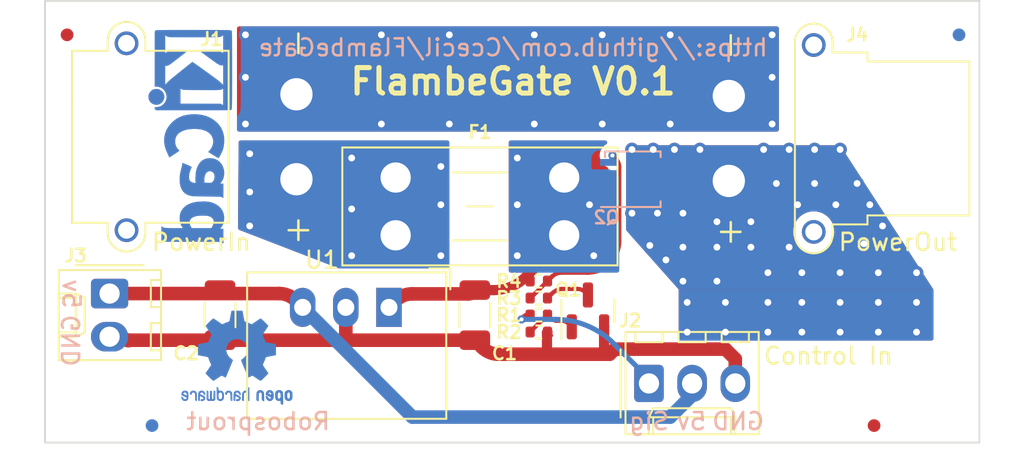
<source format=kicad_pcb>
(kicad_pcb (version 20211014) (generator pcbnew)
  (layers (0 "F.Cu" signal) (31 "B.Cu" signal) (34 "B.Paste" user) (35 "F.Paste" user) (36 "B.SilkS" user "B.Silkscreen") (37 "F.SilkS" user "F.Silkscreen") (38 "B.Mask" user) (39 "F.Mask" user) (44 "Edge.Cuts" user))
  (net 0 "")
  (net 1 "+24V")
  (net 2 "Passthru")
  (net 3 "Net-(Q2-Pad5)")
  (net 4 "Net-(Q1-Pad1)")
  (net 5 "GND")
  (net 6 "Net-(Q1-Pad3)")
  (net 7 "Net-(Q2-Pad4)")
  (net 8 "Net-(J2-Pad1)")
  (net 9 "+5V")
  (net 10 "Net-(J1-Pad2)")
  (footprint "Connector_Molex:Molex_KK-254_AE-6410-02A_1x02_P2.54mm_Vertical" (layer "F.Cu") (at 47 108.73 -90)
    (fp_text reference "J3")
    (fp_text value "Conn_01x02_Male")
  )
  (footprint "Connector_AMASS:AMASS_XT30PW-M_1x02_P2.50mm_Horizontal" (layer "F.Cu") (at 58 97 90)
    (fp_text reference "J1")
    (fp_text value "PowerIn" hide)
  )
  (footprint "Fuse:Fuseholder_Blade_Mini_Keystone_3568" (layer "F.Cu") (at 63.84 101.9)
    (fp_text reference "F1")
    (fp_text value "Fuse_Small")
  )
  (footprint "Package_TO_SOT_SMD:SOT-23" (layer "F.Cu") (at 75.157071 109.75 90)
    (fp_text reference "Q1")
    (fp_text value "2N7002" hide)
  )
  (footprint "Connector_AMASS:AMASS_XT30PW-F_1x02_P2.50mm_Horizontal" (layer "F.Cu") (at 83.45 97.1 -90)
    (fp_text reference "J4")
    (fp_text value "PowerOut" hide)
  )
  (footprint "Capacitor_SMD:C_1206_3216Metric" (layer "F.Cu") (at 53.5 110 -90)
    (fp_text reference "C2")
    (fp_text value "C_Small")
  )
  (footprint "Resistor_SMD:R_0402_1005Metric" (layer "F.Cu") (at 72.267071 108.992929 180)
    (fp_text reference "R3")
    (fp_text value "10k" hide)
  )
  (footprint "Resistor_SMD:R_0402_1005Metric" (layer "F.Cu") (at 72.267071 110.992929 180)
    (fp_text reference "R2")
    (fp_text value "10k" hide)
  )
  (footprint "Capacitor_SMD:C_1206_3216Metric" (layer "F.Cu") (at 68.5 110 -90)
    (fp_text reference "C1")
    (fp_text value "C_Small")
  )
  (footprint "Resistor_SMD:R_0402_1005Metric" (layer "F.Cu") (at 72.267071 107.992929 180)
    (fp_text reference "R4")
    (fp_text value "21.5k" hide)
  )
  (footprint "Connector_Molex:Molex_KK-254_AE-6410-03A_1x03_P2.54mm_Vertical" (layer "F.Cu") (at 78.75 114.02)
    (fp_text reference "J2")
    (fp_text value "TriggerIn" hide)
  )
  (footprint "Fiducial:Fiducial_0.75mm_Mask1.5mm" (layer "F.Cu") (at 44.5 93.5)
    (fp_text reference "FID1" hide)
    (fp_text value "Fiducial")
  )
  (footprint "MountingHole:MountingHole_2.5mm" (layer "F.Cu") (at 95.7 115)
    (fp_text reference "H2" hide)
    (fp_text value "MountingHole")
  )
  (footprint "Converter_DCDC:Converter_DCDC_RECOM_R-78E-0.5_THT" (layer "F.Cu") (at 63.447 109.5425 180)
    (fp_text reference "U1")
    (fp_text value "R-78E5.0-1.0")
  )
  (footprint "MountingHole:MountingHole_2.5mm" (layer "F.Cu") (at 45.7 115)
    (fp_text reference "H1" hide)
    (fp_text value "MountingHole")
  )
  (footprint "Resistor_SMD:R_0402_1005Metric" (layer "F.Cu") (at 72.267071 109.992929 180)
    (fp_text reference "R1")
    (fp_text value "22r" hide)
  )
  (footprint "Fiducial:Fiducial_0.75mm_Mask1.5mm" (layer "F.Cu") (at 92 116.5)
    (fp_text reference "FID3" hide)
    (fp_text value "Fiducial")
  )
  (footprint "Fiducial:Fiducial_0.75mm_Mask1.5mm" (layer "B.Cu") (at 49.5 116.5 180)
    (fp_text reference "FID4" hide)
    (fp_text value "Fiducial")
  )
  (footprint "Symbol:OSHW-Logo2_7.3x6mm_Copper" (layer "B.Cu") (at 54.5 112.5 180)
    (fp_text reference "REF**" hide)
    (fp_text value "OSHW-Logo2_7.3x6mm_Copper" hide)
  )
  (footprint "Symbol:KiCad-Logo_5mm_Copper" (layer "B.Cu") (at 52.267938 99.494302 -90)
    (fp_text reference "REF**" hide)
    (fp_text value "KiCad-Logo_5mm_Copper" hide)
  )
  (footprint "Package_SO:Vishay_PowerPAK_1212-8_Single" (layer "B.Cu") (at 77.8 102)
    (fp_text reference "Q2")
    (fp_text value "WSD30L40DN" hide)
  )
  (footprint "Fiducial:Fiducial_0.75mm_Mask1.5mm" (layer "B.Cu") (at 97 93.5 180)
    (fp_text reference "FID2" hide)
    (fp_text value "Fiducial")
  )
  (gr_rect (start 43.2 91.5) (end 98.2 117.5) (layer "Edge.Cuts") (width 0.1) (fill none))
  (gr_text "5v" (at 81.25 116.25) (layer "B.SilkS") (effects (font (size 1 1)) (justify mirror)))
  (gr_text "GND" (at 44.75 111.5 90) (layer "B.SilkS") (effects (font (size 1 1)) (justify mirror)))
  (gr_text "Sig" (at 78.75 116.25) (layer "B.SilkS") (effects (font (size 1 1)) (justify mirror)))
  (gr_text "Robosprout" (at 55.75 116.25) (layer "B.SilkS") (effects (font (size 1 1)) (justify mirror)))
  (gr_text "5v" (at 44.75 108.75 270) (layer "B.SilkS") (effects (font (size 1 1)) (justify mirror)))
  (gr_text "GND" (at 84 116.25) (layer "B.SilkS") (effects (font (size 1 1)) (justify mirror)))
  (gr_text "https://github.com/Ccecil/FlambeGate" (at 70.75 94.25) (layer "B.SilkS") (effects (font (size 1 1)) (justify mirror)))
  (gr_text "Control In" (at 89.3 112.4) (layer "F.SilkS") (effects (font (size 1 1))))
  (gr_text "PowerOut" (at 93.4 105.7) (layer "F.SilkS") (effects (font (size 1 1))))
  (gr_text "FlambeGate V0.1" (at 70.75 96.25) (layer "F.SilkS") (effects (font (size 1.5 1.5) (thickness 0.3))))
  (gr_text "PowerIn" (at 52.4 105.7) (layer "F.SilkS") (effects (font (size 1 1))))
  (segment (start 68.659099 108.525) (end 69.6125 108.525) (width 0.6) (layer "F.Cu") (net 1))
  (segment (start 73.76 105.395) (end 73.76 105.3) (width 0.6) (layer "F.Cu") (net 1))
  (segment (start 68.1159 108.75) (end 64.799882 108.75) (width 0.8) (layer "F.Cu") (net 1))
  (segment (start 63.84325 109.14625) (end 63.447 109.5425) (width 0.8) (layer "F.Cu") (net 1))
  (segment (start 71.511656 107.738343) (end 73.692824 105.557175) (width 0.6) (layer "F.Cu") (net 1))
  (via (at 75.5 106.5) (size 0.8) (drill 0.4) (layers "F.Cu" "B.Cu") (net 1))
  (via (at 71 103.5) (size 0.8) (drill 0.4) (layers "F.Cu" "B.Cu") (net 1))
  (via (at 71 100.75) (size 0.8) (drill 0.4) (layers "F.Cu" "B.Cu") (net 1))
  (via (at 71 106.5) (size 0.8) (drill 0.4) (layers "F.Cu" "B.Cu") (net 1))
  (via (at 75.25 103.5) (size 0.8) (drill 0.4) (layers "F.Cu" "B.Cu") (net 1))
  (arc (start 68.3875 108.6375) (mid 68.51211 108.554237) (end 68.659099 108.525) (width 0.6) (layer "F.Cu") (net 1))
  (arc (start 69.6125 108.525) (mid 70.640315 108.320554) (end 71.511656 107.738343) (width 0.6) (layer "F.Cu") (net 1))
  (arc (start 73.76 105.395) (mid 73.742541 105.482768) (end 73.692824 105.557175) (width 0.6) (layer "F.Cu") (net 1))
  (arc (start 68.3875 108.6375) (mid 68.262889 108.720762) (end 68.1159 108.75) (width 0.8) (layer "F.Cu") (net 1))
  (arc (start 63.84325 109.14625) (mid 64.282156 108.852982) (end 64.799882 108.75) (width 0.8) (layer "F.Cu") (net 1))
  (segment (start 74.152634 101.67) (end 76.365 101.67) (width 0.5) (layer "B.Cu") (net 1))
  (segment (start 73.875 101.785) (end 73.76 101.9) (width 0.25) (layer "B.Cu") (net 1))
  (arc (start 74.152634 101.67) (mid 74.002379 101.699887) (end 73.875 101.785) (width 0.5) (layer "B.Cu") (net 1))
  (via (at 76 98.75) (size 0.8) (drill 0.4) (layers "F.Cu" "B.Cu") (net 2))
  (via (at 72 98.75) (size 0.8) (drill 0.4) (layers "F.Cu" "B.Cu") (net 2))
  (via (at 67 98.75) (size 0.8) (drill 0.4) (layers "F.Cu" "B.Cu") (net 2))
  (via (at 86 96) (size 0.8) (drill 0.4) (layers "F.Cu" "B.Cu") (net 2))
  (via (at 80 98.75) (size 0.8) (drill 0.4) (layers "F.Cu" "B.Cu") (net 2))
  (via (at 63 98.75) (size 0.8) (drill 0.4) (layers "F.Cu" "B.Cu") (net 2))
  (via (at 67 93.5) (size 0.8) (drill 0.4) (layers "F.Cu" "B.Cu") (net 2))
  (via (at 55 98.75) (size 0.8) (drill 0.4) (layers "F.Cu" "B.Cu") (net 2))
  (via (at 80 93.5) (size 0.8) (drill 0.4) (layers "F.Cu" "B.Cu") (net 2))
  (via (at 55 93.5) (size 0.8) (drill 0.4) (layers "F.Cu" "B.Cu") (net 2))
  (via (at 63 93.5) (size 0.8) (drill 0.4) (layers "F.Cu" "B.Cu") (net 2))
  (via (at 86 98.75) (size 0.8) (drill 0.4) (layers "F.Cu" "B.Cu") (net 2))
  (via (at 72 93.5) (size 0.8) (drill 0.4) (layers "F.Cu" "B.Cu") (net 2))
  (via (at 76 93.5) (size 0.8) (drill 0.4) (layers "F.Cu" "B.Cu") (net 2))
  (via (at 55 96) (size 0.8) (drill 0.4) (layers "F.Cu" "B.Cu") (net 2))
  (via (at 86 93.5) (size 0.8) (drill 0.4) (layers "F.Cu" "B.Cu") (net 2))
  (via (at 87.75 107.5) (size 0.8) (drill 0.4) (layers "F.Cu" "B.Cu") (net 3))
  (via (at 83.25 111) (size 0.8) (drill 0.4) (layers "F.Cu" "B.Cu") (net 3))
  (via (at 94.5 109.25) (size 0.8) (drill 0.4) (layers "F.Cu" "B.Cu") (net 3))
  (via (at 80.75 108) (size 0.8) (drill 0.4) (layers "F.Cu" "B.Cu") (net 3))
  (via (at 92.25 109.25) (size 0.8) (drill 0.4) (layers "F.Cu" "B.Cu") (net 3))
  (via (at 91.4 105.8) (size 0.8) (drill 0.4) (layers "F.Cu" "B.Cu") (net 3))
  (via (at 85.75 111) (size 0.8) (drill 0.4) (layers "F.Cu" "B.Cu") (net 3))
  (via (at 84.75 104.5) (size 0.8) (drill 0.4) (layers "F.Cu" "B.Cu") (net 3))
  (via (at 80.75 104) (size 0.8) (drill 0.4) (layers "F.Cu" "B.Cu") (net 3))
  (via (at 81.75 100.25) (size 0.8) (drill 0.4) (layers "F.Cu" "B.Cu") (net 3))
  (via (at 91 102.25) (size 0.8) (drill 0.4) (layers "F.Cu" "B.Cu") (net 3))
  (via (at 90 109.25) (size 0.8) (drill 0.4) (layers "F.Cu" "B.Cu") (net 3))
  (via (at 82.75 104.5) (size 0.8) (drill 0.4) (layers "F.Cu" "B.Cu") (net 3))
  (via (at 90 111) (size 0.8) (drill 0.4) (layers "F.Cu" "B.Cu") (net 3))
  (via (at 80.25 100.25) (size 0.8) (drill 0.4) (layers "F.Cu" "B.Cu") (net 3))
  (via (at 91.75 103.5) (size 0.8) (drill 0.4) (layers "F.Cu" "B.Cu") (net 3))
  (via (at 84.75 106) (size 0.8) (drill 0.4) (layers "F.Cu" "B.Cu") (net 3))
  (via (at 87 106) (size 0.8) (drill 0.4) (layers "F.Cu" "B.Cu") (net 3))
  (via (at 87.75 111) (size 0.8) (drill 0.4) (layers "F.Cu" "B.Cu") (net 3))
  (via (at 86.25 102.25) (size 0.8) (drill 0.4) (layers "F.Cu" "B.Cu") (net 3))
  (via (at 85.5 100.25) (size 0.8) (drill 0.4) (layers "F.Cu" "B.Cu") (net 3))
  (via (at 78.8 105.9) (size 0.8) (drill 0.4) (layers "F.Cu" "B.Cu") (net 3))
  (via (at 81 111) (size 0.8) (drill 0.4) (layers "F.Cu" "B.Cu") (net 3))
  (via (at 94.5 111) (size 0.8) (drill 0.4) (layers "F.Cu" "B.Cu") (net 3))
  (via (at 85.75 107.5) (size 0.8) (drill 0.4) (layers "F.Cu" "B.Cu") (net 3))
  (via (at 94.5 107.5) (size 0.8) (drill 0.4) (layers "F.Cu" "B.Cu") (net 3))
  (via (at 85.75 109.25) (size 0.8) (drill 0.4) (layers "F.Cu" "B.Cu") (net 3))
  (via (at 87.75 109.25) (size 0.8) (drill 0.4) (layers "F.Cu" "B.Cu") (net 3))
  (via (at 87 100.25) (size 0.8) (drill 0.4) (layers "F.Cu" "B.Cu") (net 3))
  (via (at 92.25 111) (size 0.8) (drill 0.4) (layers "F.Cu" "B.Cu") (net 3))
  (via (at 81 109.25) (size 0.8) (drill 0.4) (layers "F.Cu" "B.Cu") (net 3))
  (via (at 80.75 106) (size 0.8) (drill 0.4) (layers "F.Cu" "B.Cu") (net 3))
  (via (at 88.5 102.25) (size 0.8) (drill 0.4) (layers "F.Cu" "B.Cu") (net 3))
  (via (at 77.75 104) (size 0.8) (drill 0.4) (layers "F.Cu" "B.Cu") (net 3))
  (via (at 82.75 108) (size 0.8) (drill 0.4) (layers "F.Cu" "B.Cu") (net 3))
  (via (at 90 100.25) (size 0.8) (drill 0.4) (layers "F.Cu" "B.Cu") (net 3))
  (via (at 79.25 104) (size 0.8) (drill 0.4) (layers "F.Cu" "B.Cu") (net 3))
  (via (at 79.75 106.75) (size 0.8) (drill 0.4) (layers "F.Cu" "B.Cu") (net 3))
  (via (at 82.75 106) (size 0.8) (drill 0.4) (layers "F.Cu" "B.Cu") (net 3))
  (via (at 83.25 109.25) (size 0.8) (drill 0.4) (layers "F.Cu" "B.Cu") (net 3))
  (via (at 92.25 107.5) (size 0.8) (drill 0.4) (layers "F.Cu" "B.Cu") (net 3))
  (via (at 90 107.5) (size 0.8) (drill 0.4) (layers "F.Cu" "B.Cu") (net 3))
  (via (at 89.75 103.5) (size 0.8) (drill 0.4) (layers "F.Cu" "B.Cu") (net 3))
  (via (at 92.5 104.75) (size 0.8) (drill 0.4) (layers "F.Cu" "B.Cu") (net 3))
  (via (at 77.75 100.25) (size 0.8) (drill 0.4) (layers "F.Cu" "B.Cu") (net 3))
  (via (at 79 100.25) (size 0.8) (drill 0.4) (layers "F.Cu" "B.Cu") (net 3))
  (via (at 87.5 103.5) (size 0.8) (drill 0.4) (layers "F.Cu" "B.Cu") (net 3))
  (via (at 88.5 100.25) (size 0.8) (drill 0.4) (layers "F.Cu" "B.Cu") (net 3))
  (segment (start 72.75 110) (end 71.757071 110.992929) (width 0.25) (layer "F.Cu") (net 4))
  (segment (start 73.277588 110.32876) (end 73.594663 110.32876) (width 0.25) (layer "F.Cu") (net 4))
  (segment (start 74.027701 110.50813) (end 74.207071 110.6875) (width 0.25) (layer "F.Cu") (net 4))
  (segment (start 72.784143 110) (end 72.945822 110.161678) (width 0.25) (layer "F.Cu") (net 4))
  (arc (start 72.767071 109.992929) (mid 72.757833 109.994766) (end 72.75 110) (width 0.25) (layer "F.Cu") (net 4))
  (arc (start 72.784143 110) (mid 72.776311 109.994766) (end 72.767071 109.992929) (width 0.25) (layer "F.Cu") (net 4))
  (arc (start 73.277588 110.32876) (mid 73.098396 110.27101) (end 72.945822 110.161678) (width 0.25) (layer "F.Cu") (net 4))
  (arc (start 74.027701 110.50813) (mid 73.829021 110.375376) (end 73.594663 110.32876) (width 0.25) (layer "F.Cu") (net 4))
  (segment (start 83.25 112) (end 83.83 112.58) (width 0.8) (layer "F.Cu") (net 5))
  (segment (start 76.163578 112.3) (end 69.908363 112.3) (width 0.8) (layer "F.Cu") (net 5))
  (segment (start 60.975 111.475) (end 48.147633 111.475) (width 0.8) (layer "F.Cu") (net 5))
  (segment (start 60.975 111.475) (end 60.907 111.407) (width 0.8) (layer "F.Cu") (net 5))
  (segment (start 72.747113 111.995071) (end 72.747113 111.029376) (width 0.6) (layer "F.Cu") (net 5))
  (segment (start 76.106921 112.014027) (end 76.106921 110.687756) (width 0.6) (layer "F.Cu") (net 5))
  (segment (start 48.147633 111.475) (end 48.122633 111.5) (width 0.8) (layer "F.Cu") (net 5))
  (segment (start 76.106996 110.687575) (end 76.107071 110.6875) (width 0.6) (layer "F.Cu") (net 5))
  (segment (start 76.436421 112.3) (end 76.736421 112) (width 0.8) (layer "F.Cu") (net 5))
  (segment (start 47.872159 111.39625) (end 47.768409 111.2925) (width 0.8) (layer "F.Cu") (net 5))
  (segment (start 76.163578 112.3) (end 76.436421 112.3) (width 0.8) (layer "F.Cu") (net 5))
  (segment (start 68.9125 111.8875) (end 68.70625 111.68125) (width 0.8) (layer "F.Cu") (net 5))
  (segment (start 83.83 112.58) (end 83.83 114.02) (width 0.8) (layer "F.Cu") (net 5))
  (segment (start 47.74377 111.286201) (end 47.735669 111.2781) (width 0.8) (layer "F.Cu") (net 5))
  (segment (start 47.716113 111.27) (end 47 111.27) (width 0.8) (layer "F.Cu") (net 5))
  (segment (start 72.763535 111.006464) (end 72.777071 110.992929) (width 0.6) (layer "F.Cu") (net 5))
  (segment (start 60.907 111.407) (end 60.907 109.5425) (width 0.8) (layer "F.Cu") (net 5))
  (segment (start 76.736421 112) (end 83.25 112) (width 0.8) (layer "F.Cu") (net 5))
  (segment (start 68.208318 111.475) (end 60.975 111.475) (width 0.8) (layer "F.Cu") (net 5))
  (arc (start 72.577071 111.192929) (mid 72.777071 111.110086) (end 72.977071 111.192929) (width 0.25) (layer "F.Cu") (net 5))
  (arc (start 47.735669 111.2781) (mid 47.726696 111.272105) (end 47.716113 111.27) (width 0.8) (layer "F.Cu") (net 5))
  (arc (start 48.122633 111.5) (mid 47.987077 111.473036) (end 47.872159 111.39625) (width 0.8) (layer "F.Cu") (net 5))
  (arc (start 72.763535 111.006464) (mid 72.755464 111.017358) (end 72.747113 111.029376) (width 0.6) (layer "F.Cu") (net 5))
  (arc (start 76.436421 112.3) (mid 76.310384 112.274929) (end 76.203535 112.203535) (width 0.6) (layer "F.Cu") (net 5))
  (arc (start 76.106921 112.014027) (mid 76.141019 112.116321) (end 76.203535 112.203535) (width 0.6) (layer "F.Cu") (net 5))
  (arc (start 47.768409 111.2925) (mid 47.756062 111.290464) (end 47.74377 111.286201) (width 0.8) (layer "F.Cu") (net 5))
  (arc (start 69.908363 112.3) (mid 69.369405 112.192794) (end 68.9125 111.8875) (width 0.8) (layer "F.Cu") (net 5))
  (arc (start 76.163578 112.3) (mid 76.215784 112.265116) (end 76.203535 112.203535) (width 0.8) (layer "F.Cu") (net 5))
  (arc (start 76.106996 110.687575) (mid 76.10694 110.687658) (end 76.106921 110.687756) (width 0.6) (layer "F.Cu") (net 5))
  (arc (start 68.70625 111.68125) (mid 68.477796 111.528602) (end 68.208318 111.475) (width 0.8) (layer "F.Cu") (net 5))
  (segment (start 74.550532 108.457198) (end 73.604441 108.457198) (width 0.25) (layer "F.Cu") (net 6))
  (segment (start 73.045821 108.724179) (end 72.777071 108.992929) (width 0.25) (layer "F.Cu") (net 6))
  (segment (start 74.97942 108.634849) (end 75.157071 108.8125) (width 0.25) (layer "F.Cu") (net 6))
  (arc (start 74.97942 108.634849) (mid 74.782644 108.503367) (end 74.550532 108.457198) (width 0.25) (layer "F.Cu") (net 6))
  (arc (start 73.045821 108.724179) (mid 73.302332 108.543537) (end 73.604441 108.457198) (width 0.25) (layer "F.Cu") (net 6))
  (segment (start 77 101.282842) (end 77 105.635) (width 0.25) (layer "F.Cu") (net 7))
  (segment (start 72.777071 107.992929) (end 73.077071 107.692929) (width 0.25) (layer "F.Cu") (net 7))
  (segment (start 73.023535 107.746464) (end 72.777071 107.992929) (width 0.25) (layer "F.Cu") (net 7))
  (segment (start 76.8 100.8) (end 76.6 100.6) (width 0.25) (layer "F.Cu") (net 7))
  (segment (start 71.767071 108.992929) (end 71.757071 108.992929) (width 0.25) (layer "F.Cu") (net 7))
  (segment (start 72.777071 107.992929) (end 71.784143 108.985857) (width 0.25) (layer "F.Cu") (net 7))
  (segment (start 73.618553 107.5) (end 75.135 107.5) (width 0.25) (layer "F.Cu") (net 7))
  (via (at 76.6 100.6) (size 0.48) (drill 0.24) (layers "F.Cu" "B.Cu") (net 7))
  (arc (start 73.618553 107.5) (mid 73.296531 107.564053) (end 73.023535 107.746464) (width 0.25) (layer "F.Cu") (net 7))
  (arc (start 71.784143 108.985857) (mid 71.776311 108.991091) (end 71.767071 108.992929) (width 0.25) (layer "F.Cu") (net 7))
  (arc (start 77 105.635) (mid 76.453754 106.953754) (end 75.135 107.5) (width 0.25) (layer "F.Cu") (net 7))
  (arc (start 76.8 100.8) (mid 76.948021 101.021529) (end 77 101.282842) (width 0.25) (layer "F.Cu") (net 7))
  (segment (start 76.538128 100.836871) (end 76.365 101.01) (width 0.25) (layer "B.Cu") (net 7))
  (segment (start 76.6 100.6875) (end 76.6 100.6) (width 0.25) (layer "B.Cu") (net 7))
  (arc (start 76.6 100.6875) (mid 76.583919 100.768339) (end 76.538128 100.836871) (width 0.25) (layer "B.Cu") (net 7))
  (segment (start 71.25 110.25) (end 71.418682 110.081317) (width 0.3) (layer "F.Cu") (net 8))
  (segment (start 71.632071 109.992929) (end 71.757071 109.992929) (width 0.3) (layer "F.Cu") (net 8))
  (via (at 71.25 110.25) (size 0.48) (drill 0.24) (layers "F.Cu" "B.Cu") (net 8))
  (arc (start 71.418682 110.081317) (mid 71.516585 110.0159) (end 71.632071 109.992929) (width 0.3) (layer "F.Cu") (net 8))
  (segment (start 73.25 110.25) (end 71.25 110.25) (width 0.3) (layer "B.Cu") (net 8))
  (segment (start 78.75 113.753158) (end 76.513635 111.516793) (width 0.3) (layer "B.Cu") (net 8))
  (segment (start 78.75 114.02) (end 78.75 113.753158) (width 0.3) (layer "B.Cu") (net 8))
  (arc (start 76.513635 111.516793) (mid 75.000004 110.578296) (end 73.25 110.25) (width 0.3) (layer "B.Cu") (net 8))
  (segment (start 56.979975 108.73) (end 47 108.73) (width 0.8) (layer "F.Cu") (net 9))
  (arc (start 56.979975 108.73) (mid 57.510767 108.835584) (end 57.96075 109.13625) (width 0.8) (layer "F.Cu") (net 9))
  (segment (start 80 116) (end 64.8245 116) (width 0.8) (layer "B.Cu") (net 9))
  (segment (start 64.8245 116) (end 58.367 109.5425) (width 0.8) (layer "B.Cu") (net 9))
  (segment (start 81.29 114.71) (end 80 116) (width 0.8) (layer "B.Cu") (net 9))
  (segment (start 81.29 114.02) (end 81.29 114.71) (width 0.8) (layer "B.Cu") (net 9))
  (via (at 66.5 101.25) (size 0.8) (drill 0.4) (layers "F.Cu" "B.Cu") (net 10))
  (via (at 61.25 106.5) (size 0.8) (drill 0.4) (layers "F.Cu" "B.Cu") (net 10))
  (via (at 61.25 103.75) (size 0.8) (drill 0.4) (layers "F.Cu" "B.Cu") (net 10))
  (via (at 55.25 100.5) (size 0.8) (drill 0.4) (layers "F.Cu" "B.Cu") (net 10))
  (via (at 55.25 102.75) (size 0.8) (drill 0.4) (layers "F.Cu" "B.Cu") (net 10))
  (via (at 66.5 103.5) (size 0.8) (drill 0.4) (layers "F.Cu" "B.Cu") (net 10))
  (via (at 55.25 104.75) (size 0.8) (drill 0.4) (layers "F.Cu" "B.Cu") (net 10))
  (via (at 66.5 106.5) (size 0.8) (drill 0.4) (layers "F.Cu" "B.Cu") (net 10))
  (via (at 61.25 100.75) (size 0.8) (drill 0.4) (layers "F.Cu" "B.Cu") (net 10))
  (zone (net 3) (net_name "Net-(Q2-Pad5)") (layer "F.Cu") (priority 2) (connect_pads yes (clearance 0.508)) (min_thickness 0.254) (fill yes (thermal_gap 0.508) (thermal_bridge_width 0.508))
    (polygon (pts (xy 95.5 108.5) (xy 95.5 111.5) (xy 80.5 111.5) (xy 80.5 107) (xy 94.5 107)))
  )
  (zone (net 3) (net_name "Net-(Q2-Pad5)") (layers F&B.Cu) (priority 1) (connect_pads yes (clearance 0.508)) (min_thickness 0.254) (fill yes (thermal_gap 0.508) (thermal_bridge_width 0.508))
    (polygon (pts (xy 95.5 108.5) (xy 80.6 108.6) (xy 77.4 105) (xy 77.4 100) (xy 90 100)))
  )
  (zone (net 2) (net_name "Passthru") (layers F&B.Cu) (priority 2) (connect_pads yes (clearance 0.508)) (min_thickness 0.254) (fill yes (thermal_gap 0.508) (thermal_bridge_width 0.508))
    (polygon (pts (xy 86.4 99.2) (xy 54.5 99.2) (xy 54.5 93) (xy 86.4 93)))
  )
  (zone (net 1) (net_name "+24V") (layers F&B.Cu) (priority 1) (connect_pads yes (clearance 0.508)) (min_thickness 0.254) (fill yes (thermal_gap 0.508) (thermal_bridge_width 0.508))
    (polygon (pts (xy 77 99.181694) (xy 77 104.582384) (xy 77 107.5) (xy 74.5 107.5) (xy 72.4 107.5) (xy 70.498945 107.499957) (xy 70.49544 99.199867)))
  )
  (zone (net 10) (net_name "Net-(J1-Pad2)") (layers F&B.Cu) (priority 1) (connect_pads yes (clearance 0.508)) (min_thickness 0.254) (fill yes (thermal_gap 0.508) (thermal_bridge_width 0.508))
    (polygon (pts (xy 67 107.25) (xy 60.5 107.25) (xy 54.561413 104.95614) (xy 54.599404 99.288542) (xy 66.99767 99.250006)))
  )
  (zone (net 3) (net_name "Net-(Q2-Pad5)") (layer "B.Cu") (priority 2) (connect_pads yes (clearance 0.508)) (min_thickness 0.254) (fill yes (thermal_gap 0.508) (thermal_bridge_width 0.508))
    (polygon (pts (xy 95.5 111.5) (xy 80.5 111.5) (xy 80.5 108.5) (xy 95.5 108.5)))
  )
)
</source>
